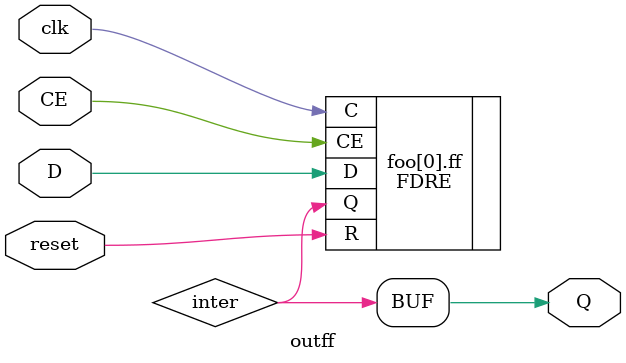
<source format=v>
/*
 * A wrapper for an output Xilinx FDRE instance, as an attempt
 * to rationalise IOB=FORCE behaviour into one place and avoid
 * equivalent-logic or other optimisations removing FFs or
 * re-using output nets!
 *
 * Copyright 2019 Matt Evans
 * SPDX-License-Identifier: Apache-2.0 WITH SHL-2.1
 *
 * Licensed under the Solderpad Hardware License v 2.1 (the “License”); you may
 * not use this file except in compliance with the License, or, at your option,
 * the Apache License version 2.0. You may obtain a copy of the License at
 *
 *  https://solderpad.org/licenses/SHL-2.1/
 *
 * Unless required by applicable law or agreed to in writing, any work
 * distributed under the License is distributed on an “AS IS” BASIS, WITHOUT
 * WARRANTIES OR CONDITIONS OF ANY KIND, either express or implied. See the
 * License for the specific language governing permissions and limitations
 * under the License.
 */

`define REFCLK_FREQ 192

module outff(clk, reset,
	     CE, D, Q);

   parameter WIDTH = 1;
   parameter INIT  = 0;
   parameter DELAY = 0;

   input wire clk;
   input wire reset;
   input wire CE;
   input wire [WIDTH-1:0] D;
   output wire [WIDTH-1:0] Q;

   wire [WIDTH-1:0] inter;

   genvar 		  i;
   generate
      for (i=0; i<WIDTH; i=i+1) begin: foo
	 (* IOB = "FORCE" *) FDRE    #(.INIT(INIT))
                               ff     (.C(clk), .CE(CE), .R(reset),
	                               .D(D[i]), .Q(inter[i]));
         if (DELAY != 0) begin
            IODELAY # (
                       .DELAY_SRC("O"),
                       .IDELAY_TYPE("FIXED"),
                       .IDELAY_VALUE(0),
                       .ODELAY_VALUE(DELAY),
                       .REFCLK_FREQUENCY(`REFCLK_FREQ)
              ) IODELAY_INST (.DATAOUT(Q[i]),
                              .IDATAIN(1'b0),
                              .DATAIN(1'b0),
                              .ODATAIN(inter[i]),
                              .T(1'b0),
                              .CE(1'b0),
                              .INC(1'b0),
                              .C(1'b0),
                              .RST(1'b0));
         end else begin // if (DELAY != 0)
            assign Q[i] = inter[i];
         end // if (DELAY != 0)
      end
   endgenerate

endmodule // outff

</source>
